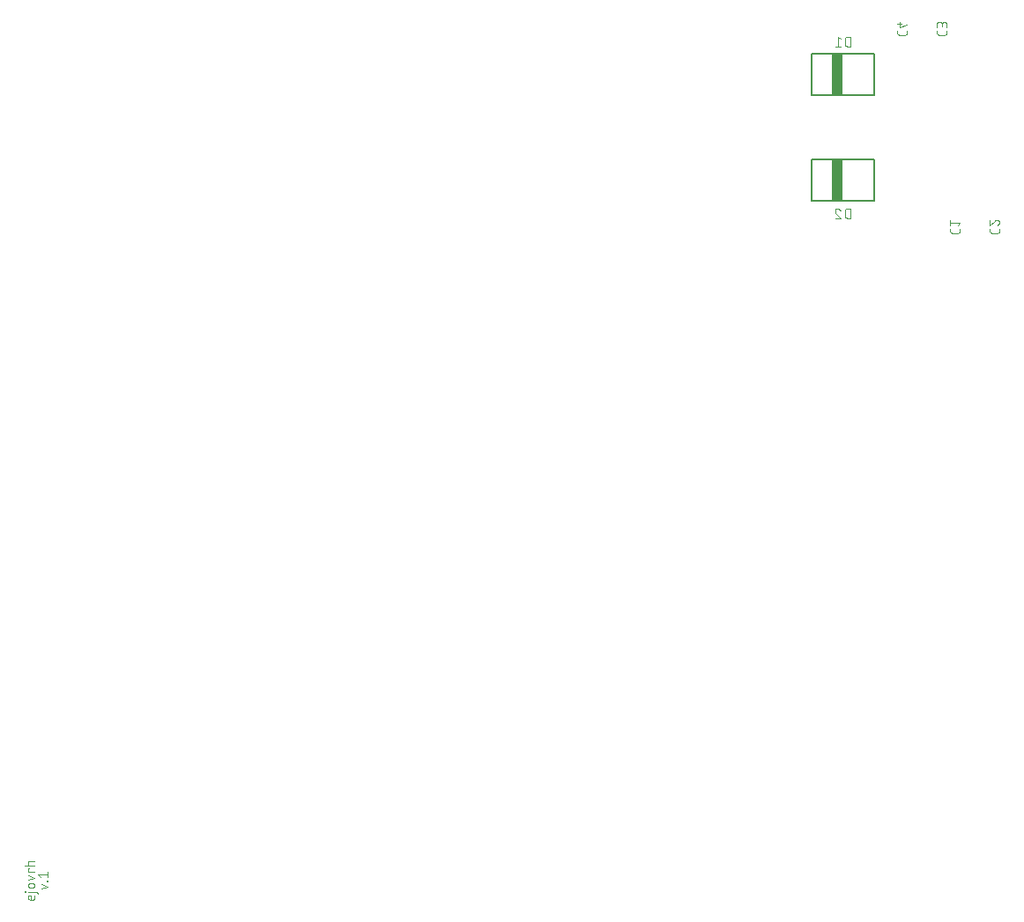
<source format=gbr>
G04 EAGLE Gerber X2 export*
%TF.Part,Single*%
%TF.FileFunction,Legend,Bot,1*%
%TF.FilePolarity,Positive*%
%TF.GenerationSoftware,Autodesk,EAGLE,8.6.1*%
%TF.CreationDate,2018-02-11T16:27:46Z*%
G75*
%MOMM*%
%FSLAX34Y34*%
%LPD*%
%AMOC8*
5,1,8,0,0,1.08239X$1,22.5*%
G01*
%ADD10C,0.076200*%
%ADD11C,0.127000*%
%ADD12R,1.000000X4.000000*%


D10*
X-789131Y-1747D02*
X-789131Y-4313D01*
X-789133Y-4389D01*
X-789138Y-4464D01*
X-789148Y-4539D01*
X-789161Y-4613D01*
X-789177Y-4687D01*
X-789197Y-4760D01*
X-789221Y-4832D01*
X-789248Y-4902D01*
X-789279Y-4971D01*
X-789313Y-5039D01*
X-789350Y-5105D01*
X-789391Y-5169D01*
X-789434Y-5230D01*
X-789481Y-5290D01*
X-789530Y-5347D01*
X-789582Y-5402D01*
X-789637Y-5454D01*
X-789694Y-5503D01*
X-789754Y-5550D01*
X-789815Y-5593D01*
X-789879Y-5634D01*
X-789945Y-5671D01*
X-790013Y-5705D01*
X-790082Y-5736D01*
X-790152Y-5763D01*
X-790224Y-5787D01*
X-790297Y-5807D01*
X-790371Y-5823D01*
X-790445Y-5836D01*
X-790520Y-5846D01*
X-790595Y-5851D01*
X-790671Y-5853D01*
X-793237Y-5853D01*
X-793327Y-5851D01*
X-793416Y-5845D01*
X-793505Y-5835D01*
X-793593Y-5822D01*
X-793681Y-5804D01*
X-793768Y-5783D01*
X-793854Y-5758D01*
X-793939Y-5729D01*
X-794023Y-5697D01*
X-794105Y-5661D01*
X-794185Y-5621D01*
X-794264Y-5578D01*
X-794340Y-5531D01*
X-794415Y-5482D01*
X-794487Y-5429D01*
X-794557Y-5373D01*
X-794624Y-5314D01*
X-794689Y-5252D01*
X-794751Y-5187D01*
X-794810Y-5120D01*
X-794866Y-5050D01*
X-794919Y-4978D01*
X-794968Y-4903D01*
X-795015Y-4826D01*
X-795058Y-4748D01*
X-795098Y-4668D01*
X-795134Y-4586D01*
X-795166Y-4502D01*
X-795195Y-4417D01*
X-795220Y-4331D01*
X-795241Y-4244D01*
X-795259Y-4156D01*
X-795272Y-4068D01*
X-795282Y-3979D01*
X-795288Y-3890D01*
X-795290Y-3800D01*
X-795288Y-3710D01*
X-795282Y-3621D01*
X-795272Y-3532D01*
X-795259Y-3444D01*
X-795241Y-3356D01*
X-795220Y-3269D01*
X-795195Y-3183D01*
X-795166Y-3098D01*
X-795134Y-3014D01*
X-795098Y-2932D01*
X-795058Y-2852D01*
X-795015Y-2773D01*
X-794968Y-2697D01*
X-794919Y-2622D01*
X-794866Y-2550D01*
X-794810Y-2480D01*
X-794751Y-2413D01*
X-794689Y-2348D01*
X-794624Y-2286D01*
X-794557Y-2227D01*
X-794487Y-2171D01*
X-794415Y-2118D01*
X-794340Y-2069D01*
X-794264Y-2022D01*
X-794185Y-1979D01*
X-794105Y-1939D01*
X-794023Y-1903D01*
X-793939Y-1871D01*
X-793854Y-1842D01*
X-793768Y-1817D01*
X-793681Y-1796D01*
X-793593Y-1778D01*
X-793505Y-1765D01*
X-793416Y-1755D01*
X-793327Y-1749D01*
X-793237Y-1747D01*
X-792210Y-1747D01*
X-792210Y-5853D01*
X-795290Y1748D02*
X-787591Y1748D01*
X-787513Y1746D01*
X-787435Y1740D01*
X-787358Y1730D01*
X-787281Y1716D01*
X-787205Y1699D01*
X-787130Y1677D01*
X-787056Y1652D01*
X-786984Y1623D01*
X-786913Y1591D01*
X-786844Y1554D01*
X-786776Y1515D01*
X-786711Y1472D01*
X-786648Y1426D01*
X-786588Y1376D01*
X-786530Y1324D01*
X-786475Y1269D01*
X-786423Y1211D01*
X-786373Y1151D01*
X-786327Y1088D01*
X-786284Y1023D01*
X-786245Y955D01*
X-786208Y886D01*
X-786176Y815D01*
X-786147Y743D01*
X-786122Y669D01*
X-786100Y594D01*
X-786083Y518D01*
X-786069Y441D01*
X-786059Y364D01*
X-786053Y286D01*
X-786051Y208D01*
X-786052Y209D02*
X-786052Y-305D01*
X-797856Y1492D02*
X-798369Y1492D01*
X-798369Y2005D01*
X-797856Y2005D01*
X-797856Y1492D01*
X-793237Y5547D02*
X-791184Y5547D01*
X-793237Y5547D02*
X-793327Y5549D01*
X-793416Y5555D01*
X-793505Y5565D01*
X-793593Y5578D01*
X-793681Y5596D01*
X-793768Y5617D01*
X-793854Y5642D01*
X-793939Y5671D01*
X-794023Y5703D01*
X-794105Y5739D01*
X-794185Y5779D01*
X-794264Y5822D01*
X-794340Y5869D01*
X-794415Y5918D01*
X-794487Y5971D01*
X-794557Y6027D01*
X-794624Y6086D01*
X-794689Y6148D01*
X-794751Y6213D01*
X-794810Y6280D01*
X-794866Y6350D01*
X-794919Y6422D01*
X-794968Y6497D01*
X-795015Y6574D01*
X-795058Y6652D01*
X-795098Y6732D01*
X-795134Y6814D01*
X-795166Y6898D01*
X-795195Y6983D01*
X-795220Y7069D01*
X-795241Y7156D01*
X-795259Y7244D01*
X-795272Y7332D01*
X-795282Y7421D01*
X-795288Y7510D01*
X-795290Y7600D01*
X-795288Y7690D01*
X-795282Y7779D01*
X-795272Y7868D01*
X-795259Y7956D01*
X-795241Y8044D01*
X-795220Y8131D01*
X-795195Y8217D01*
X-795166Y8302D01*
X-795134Y8386D01*
X-795098Y8468D01*
X-795058Y8548D01*
X-795015Y8627D01*
X-794968Y8703D01*
X-794919Y8778D01*
X-794866Y8850D01*
X-794810Y8920D01*
X-794751Y8987D01*
X-794689Y9052D01*
X-794624Y9114D01*
X-794557Y9173D01*
X-794487Y9229D01*
X-794415Y9282D01*
X-794340Y9331D01*
X-794264Y9378D01*
X-794185Y9421D01*
X-794105Y9461D01*
X-794023Y9497D01*
X-793939Y9529D01*
X-793854Y9558D01*
X-793768Y9583D01*
X-793681Y9604D01*
X-793593Y9622D01*
X-793505Y9635D01*
X-793416Y9645D01*
X-793327Y9651D01*
X-793237Y9653D01*
X-791184Y9653D01*
X-791094Y9651D01*
X-791005Y9645D01*
X-790916Y9635D01*
X-790828Y9622D01*
X-790740Y9604D01*
X-790653Y9583D01*
X-790567Y9558D01*
X-790482Y9529D01*
X-790398Y9497D01*
X-790316Y9461D01*
X-790236Y9421D01*
X-790158Y9378D01*
X-790081Y9331D01*
X-790006Y9282D01*
X-789934Y9229D01*
X-789864Y9173D01*
X-789797Y9114D01*
X-789732Y9052D01*
X-789670Y8987D01*
X-789611Y8920D01*
X-789555Y8850D01*
X-789502Y8778D01*
X-789453Y8703D01*
X-789406Y8626D01*
X-789363Y8548D01*
X-789323Y8468D01*
X-789287Y8386D01*
X-789255Y8302D01*
X-789226Y8217D01*
X-789201Y8131D01*
X-789180Y8044D01*
X-789162Y7956D01*
X-789149Y7868D01*
X-789139Y7779D01*
X-789133Y7690D01*
X-789131Y7600D01*
X-789133Y7510D01*
X-789139Y7421D01*
X-789149Y7332D01*
X-789162Y7244D01*
X-789180Y7156D01*
X-789201Y7069D01*
X-789226Y6983D01*
X-789255Y6898D01*
X-789287Y6814D01*
X-789323Y6732D01*
X-789363Y6652D01*
X-789406Y6573D01*
X-789453Y6497D01*
X-789502Y6422D01*
X-789555Y6350D01*
X-789611Y6280D01*
X-789670Y6213D01*
X-789732Y6148D01*
X-789797Y6086D01*
X-789864Y6027D01*
X-789934Y5971D01*
X-790006Y5918D01*
X-790081Y5869D01*
X-790158Y5822D01*
X-790236Y5779D01*
X-790316Y5739D01*
X-790398Y5703D01*
X-790482Y5671D01*
X-790567Y5642D01*
X-790653Y5617D01*
X-790740Y5596D01*
X-790828Y5578D01*
X-790916Y5565D01*
X-791005Y5555D01*
X-791094Y5549D01*
X-791184Y5547D01*
X-795290Y13047D02*
X-789131Y15100D01*
X-795290Y17153D01*
X-795290Y20898D02*
X-789131Y20898D01*
X-795290Y20898D02*
X-795290Y23978D01*
X-794263Y23978D01*
X-798369Y27147D02*
X-789131Y27147D01*
X-795290Y27147D02*
X-795290Y29713D01*
X-795288Y29789D01*
X-795283Y29864D01*
X-795273Y29939D01*
X-795260Y30013D01*
X-795244Y30087D01*
X-795224Y30160D01*
X-795200Y30232D01*
X-795173Y30302D01*
X-795142Y30371D01*
X-795108Y30439D01*
X-795071Y30505D01*
X-795030Y30569D01*
X-794987Y30630D01*
X-794940Y30690D01*
X-794891Y30747D01*
X-794839Y30802D01*
X-794784Y30854D01*
X-794727Y30903D01*
X-794667Y30950D01*
X-794606Y30993D01*
X-794542Y31034D01*
X-794476Y31071D01*
X-794408Y31105D01*
X-794339Y31136D01*
X-794269Y31163D01*
X-794197Y31187D01*
X-794124Y31207D01*
X-794050Y31223D01*
X-793976Y31236D01*
X-793901Y31246D01*
X-793826Y31251D01*
X-793750Y31253D01*
X-789131Y31253D01*
X-782590Y4541D02*
X-776431Y6593D01*
X-782590Y8646D01*
X-776944Y11737D02*
X-776431Y11737D01*
X-776944Y11737D02*
X-776944Y12250D01*
X-776431Y12250D01*
X-776431Y11737D01*
X-783616Y15727D02*
X-785669Y18293D01*
X-776431Y18293D01*
X-776431Y15727D02*
X-776431Y20859D01*
X90631Y637074D02*
X90631Y639127D01*
X90631Y637074D02*
X90633Y636984D01*
X90639Y636895D01*
X90649Y636806D01*
X90662Y636718D01*
X90680Y636630D01*
X90701Y636543D01*
X90726Y636457D01*
X90755Y636372D01*
X90787Y636288D01*
X90823Y636206D01*
X90863Y636126D01*
X90906Y636048D01*
X90953Y635971D01*
X91002Y635896D01*
X91055Y635824D01*
X91111Y635754D01*
X91170Y635687D01*
X91232Y635622D01*
X91297Y635560D01*
X91364Y635501D01*
X91434Y635445D01*
X91506Y635392D01*
X91581Y635343D01*
X91658Y635296D01*
X91736Y635253D01*
X91816Y635213D01*
X91898Y635177D01*
X91982Y635145D01*
X92067Y635116D01*
X92153Y635091D01*
X92240Y635070D01*
X92328Y635052D01*
X92416Y635039D01*
X92505Y635029D01*
X92594Y635023D01*
X92684Y635021D01*
X97816Y635021D01*
X97906Y635023D01*
X97995Y635029D01*
X98084Y635039D01*
X98172Y635052D01*
X98260Y635070D01*
X98347Y635091D01*
X98433Y635116D01*
X98518Y635145D01*
X98602Y635177D01*
X98684Y635213D01*
X98764Y635253D01*
X98842Y635296D01*
X98919Y635343D01*
X98994Y635392D01*
X99066Y635445D01*
X99136Y635501D01*
X99203Y635560D01*
X99268Y635622D01*
X99330Y635687D01*
X99389Y635754D01*
X99445Y635824D01*
X99498Y635896D01*
X99547Y635971D01*
X99594Y636047D01*
X99637Y636126D01*
X99677Y636206D01*
X99713Y636288D01*
X99745Y636372D01*
X99774Y636457D01*
X99799Y636543D01*
X99820Y636630D01*
X99838Y636717D01*
X99851Y636806D01*
X99861Y636895D01*
X99867Y636984D01*
X99869Y637074D01*
X99869Y639127D01*
X97816Y642547D02*
X99869Y645113D01*
X90631Y645113D01*
X90631Y642547D02*
X90631Y647679D01*
X128731Y639127D02*
X128731Y637074D01*
X128733Y636984D01*
X128739Y636895D01*
X128749Y636806D01*
X128762Y636718D01*
X128780Y636630D01*
X128801Y636543D01*
X128826Y636457D01*
X128855Y636372D01*
X128887Y636288D01*
X128923Y636206D01*
X128963Y636126D01*
X129006Y636048D01*
X129053Y635971D01*
X129102Y635896D01*
X129155Y635824D01*
X129211Y635754D01*
X129270Y635687D01*
X129332Y635622D01*
X129397Y635560D01*
X129464Y635501D01*
X129534Y635445D01*
X129606Y635392D01*
X129681Y635343D01*
X129758Y635296D01*
X129836Y635253D01*
X129916Y635213D01*
X129998Y635177D01*
X130082Y635145D01*
X130167Y635116D01*
X130253Y635091D01*
X130340Y635070D01*
X130428Y635052D01*
X130516Y635039D01*
X130605Y635029D01*
X130694Y635023D01*
X130784Y635021D01*
X135916Y635021D01*
X136006Y635023D01*
X136095Y635029D01*
X136184Y635039D01*
X136272Y635052D01*
X136360Y635070D01*
X136447Y635091D01*
X136533Y635116D01*
X136618Y635145D01*
X136702Y635177D01*
X136784Y635213D01*
X136864Y635253D01*
X136942Y635296D01*
X137019Y635343D01*
X137094Y635392D01*
X137166Y635445D01*
X137236Y635501D01*
X137303Y635560D01*
X137368Y635622D01*
X137430Y635687D01*
X137489Y635754D01*
X137545Y635824D01*
X137598Y635896D01*
X137647Y635971D01*
X137694Y636047D01*
X137737Y636126D01*
X137777Y636206D01*
X137813Y636288D01*
X137845Y636372D01*
X137874Y636457D01*
X137899Y636543D01*
X137920Y636630D01*
X137938Y636717D01*
X137951Y636806D01*
X137961Y636895D01*
X137967Y636984D01*
X137969Y637074D01*
X137969Y639127D01*
X137969Y645369D02*
X137967Y645464D01*
X137961Y645560D01*
X137951Y645655D01*
X137937Y645749D01*
X137920Y645843D01*
X137898Y645936D01*
X137873Y646028D01*
X137844Y646119D01*
X137811Y646209D01*
X137774Y646297D01*
X137734Y646384D01*
X137691Y646468D01*
X137643Y646551D01*
X137593Y646632D01*
X137539Y646711D01*
X137482Y646788D01*
X137422Y646862D01*
X137359Y646934D01*
X137292Y647002D01*
X137224Y647069D01*
X137152Y647132D01*
X137078Y647192D01*
X137001Y647249D01*
X136922Y647303D01*
X136841Y647353D01*
X136758Y647401D01*
X136674Y647444D01*
X136587Y647484D01*
X136499Y647521D01*
X136409Y647554D01*
X136318Y647583D01*
X136226Y647608D01*
X136133Y647630D01*
X136039Y647647D01*
X135945Y647661D01*
X135850Y647671D01*
X135754Y647677D01*
X135659Y647679D01*
X137969Y645369D02*
X137967Y645262D01*
X137961Y645156D01*
X137952Y645050D01*
X137938Y644944D01*
X137921Y644839D01*
X137900Y644734D01*
X137876Y644631D01*
X137847Y644528D01*
X137815Y644426D01*
X137780Y644326D01*
X137740Y644227D01*
X137697Y644129D01*
X137651Y644033D01*
X137601Y643939D01*
X137548Y643846D01*
X137492Y643756D01*
X137432Y643667D01*
X137370Y643581D01*
X137304Y643497D01*
X137235Y643416D01*
X137164Y643337D01*
X137089Y643260D01*
X137012Y643187D01*
X136932Y643116D01*
X136850Y643048D01*
X136766Y642983D01*
X136679Y642921D01*
X136590Y642863D01*
X136499Y642807D01*
X136406Y642755D01*
X136311Y642706D01*
X136214Y642661D01*
X136116Y642619D01*
X136017Y642581D01*
X135916Y642546D01*
X133862Y646909D02*
X133930Y646977D01*
X134000Y647042D01*
X134072Y647105D01*
X134147Y647165D01*
X134224Y647222D01*
X134303Y647275D01*
X134384Y647326D01*
X134467Y647374D01*
X134551Y647418D01*
X134638Y647459D01*
X134726Y647497D01*
X134815Y647531D01*
X134906Y647562D01*
X134997Y647589D01*
X135090Y647613D01*
X135184Y647633D01*
X135278Y647650D01*
X135373Y647662D01*
X135468Y647672D01*
X135563Y647677D01*
X135659Y647679D01*
X133863Y646909D02*
X128731Y642547D01*
X128731Y647679D01*
X77931Y827574D02*
X77931Y829627D01*
X77931Y827574D02*
X77933Y827484D01*
X77939Y827395D01*
X77949Y827306D01*
X77962Y827218D01*
X77980Y827130D01*
X78001Y827043D01*
X78026Y826957D01*
X78055Y826872D01*
X78087Y826788D01*
X78123Y826706D01*
X78163Y826626D01*
X78206Y826548D01*
X78253Y826471D01*
X78302Y826396D01*
X78355Y826324D01*
X78411Y826254D01*
X78470Y826187D01*
X78532Y826122D01*
X78597Y826060D01*
X78664Y826001D01*
X78734Y825945D01*
X78806Y825892D01*
X78881Y825843D01*
X78958Y825796D01*
X79036Y825753D01*
X79116Y825713D01*
X79198Y825677D01*
X79282Y825645D01*
X79367Y825616D01*
X79453Y825591D01*
X79540Y825570D01*
X79628Y825552D01*
X79716Y825539D01*
X79805Y825529D01*
X79894Y825523D01*
X79984Y825521D01*
X85116Y825521D01*
X85206Y825523D01*
X85295Y825529D01*
X85384Y825539D01*
X85472Y825552D01*
X85560Y825570D01*
X85647Y825591D01*
X85733Y825616D01*
X85818Y825645D01*
X85902Y825677D01*
X85984Y825713D01*
X86064Y825753D01*
X86142Y825796D01*
X86219Y825843D01*
X86294Y825892D01*
X86366Y825945D01*
X86436Y826001D01*
X86503Y826060D01*
X86568Y826122D01*
X86630Y826187D01*
X86689Y826254D01*
X86745Y826324D01*
X86798Y826396D01*
X86847Y826471D01*
X86894Y826547D01*
X86937Y826626D01*
X86977Y826706D01*
X87013Y826788D01*
X87045Y826872D01*
X87074Y826957D01*
X87099Y827043D01*
X87120Y827130D01*
X87138Y827217D01*
X87151Y827306D01*
X87161Y827395D01*
X87167Y827484D01*
X87169Y827574D01*
X87169Y829627D01*
X77931Y833047D02*
X77931Y835613D01*
X77933Y835712D01*
X77939Y835812D01*
X77948Y835911D01*
X77962Y836009D01*
X77979Y836107D01*
X78000Y836205D01*
X78025Y836301D01*
X78054Y836396D01*
X78086Y836491D01*
X78122Y836583D01*
X78161Y836675D01*
X78204Y836765D01*
X78250Y836853D01*
X78300Y836939D01*
X78353Y837023D01*
X78409Y837105D01*
X78469Y837185D01*
X78531Y837262D01*
X78597Y837337D01*
X78665Y837410D01*
X78736Y837479D01*
X78810Y837546D01*
X78886Y837610D01*
X78965Y837671D01*
X79046Y837729D01*
X79129Y837784D01*
X79214Y837835D01*
X79301Y837883D01*
X79390Y837928D01*
X79481Y837969D01*
X79573Y838007D01*
X79666Y838041D01*
X79761Y838071D01*
X79857Y838098D01*
X79954Y838121D01*
X80051Y838140D01*
X80150Y838155D01*
X80249Y838167D01*
X80348Y838175D01*
X80447Y838179D01*
X80547Y838179D01*
X80646Y838175D01*
X80745Y838167D01*
X80844Y838155D01*
X80943Y838140D01*
X81040Y838121D01*
X81137Y838098D01*
X81233Y838071D01*
X81328Y838041D01*
X81421Y838007D01*
X81513Y837969D01*
X81604Y837928D01*
X81693Y837883D01*
X81780Y837835D01*
X81865Y837784D01*
X81948Y837729D01*
X82029Y837671D01*
X82108Y837610D01*
X82184Y837546D01*
X82258Y837479D01*
X82329Y837410D01*
X82397Y837337D01*
X82463Y837262D01*
X82525Y837185D01*
X82585Y837105D01*
X82641Y837023D01*
X82694Y836939D01*
X82744Y836853D01*
X82790Y836765D01*
X82833Y836675D01*
X82872Y836583D01*
X82908Y836491D01*
X82940Y836396D01*
X82969Y836301D01*
X82994Y836205D01*
X83015Y836107D01*
X83032Y836009D01*
X83046Y835911D01*
X83055Y835812D01*
X83061Y835712D01*
X83063Y835613D01*
X87169Y836126D02*
X87169Y833047D01*
X87169Y836126D02*
X87167Y836216D01*
X87161Y836305D01*
X87151Y836394D01*
X87138Y836482D01*
X87120Y836570D01*
X87099Y836657D01*
X87074Y836743D01*
X87045Y836828D01*
X87013Y836912D01*
X86977Y836994D01*
X86937Y837074D01*
X86894Y837153D01*
X86847Y837229D01*
X86798Y837304D01*
X86745Y837376D01*
X86689Y837446D01*
X86630Y837513D01*
X86568Y837578D01*
X86503Y837640D01*
X86436Y837699D01*
X86366Y837755D01*
X86294Y837808D01*
X86219Y837857D01*
X86143Y837904D01*
X86064Y837947D01*
X85984Y837987D01*
X85902Y838023D01*
X85818Y838055D01*
X85733Y838084D01*
X85647Y838109D01*
X85560Y838130D01*
X85472Y838148D01*
X85384Y838161D01*
X85295Y838171D01*
X85206Y838177D01*
X85116Y838179D01*
X85026Y838177D01*
X84937Y838171D01*
X84848Y838161D01*
X84760Y838148D01*
X84672Y838130D01*
X84585Y838109D01*
X84499Y838084D01*
X84414Y838055D01*
X84330Y838023D01*
X84248Y837987D01*
X84168Y837947D01*
X84090Y837904D01*
X84013Y837857D01*
X83938Y837808D01*
X83866Y837755D01*
X83796Y837699D01*
X83729Y837640D01*
X83664Y837578D01*
X83602Y837513D01*
X83543Y837446D01*
X83487Y837376D01*
X83434Y837304D01*
X83385Y837229D01*
X83338Y837153D01*
X83295Y837074D01*
X83255Y836994D01*
X83219Y836912D01*
X83187Y836828D01*
X83158Y836743D01*
X83133Y836657D01*
X83112Y836570D01*
X83094Y836482D01*
X83081Y836394D01*
X83071Y836305D01*
X83065Y836216D01*
X83063Y836126D01*
X83063Y834073D01*
X39831Y829627D02*
X39831Y827574D01*
X39833Y827484D01*
X39839Y827395D01*
X39849Y827306D01*
X39862Y827218D01*
X39880Y827130D01*
X39901Y827043D01*
X39926Y826957D01*
X39955Y826872D01*
X39987Y826788D01*
X40023Y826706D01*
X40063Y826626D01*
X40106Y826548D01*
X40153Y826471D01*
X40202Y826396D01*
X40255Y826324D01*
X40311Y826254D01*
X40370Y826187D01*
X40432Y826122D01*
X40497Y826060D01*
X40564Y826001D01*
X40634Y825945D01*
X40706Y825892D01*
X40781Y825843D01*
X40858Y825796D01*
X40936Y825753D01*
X41016Y825713D01*
X41098Y825677D01*
X41182Y825645D01*
X41267Y825616D01*
X41353Y825591D01*
X41440Y825570D01*
X41528Y825552D01*
X41616Y825539D01*
X41705Y825529D01*
X41794Y825523D01*
X41884Y825521D01*
X47016Y825521D01*
X47106Y825523D01*
X47195Y825529D01*
X47284Y825539D01*
X47372Y825552D01*
X47460Y825570D01*
X47547Y825591D01*
X47633Y825616D01*
X47718Y825645D01*
X47802Y825677D01*
X47884Y825713D01*
X47964Y825753D01*
X48042Y825796D01*
X48119Y825843D01*
X48194Y825892D01*
X48266Y825945D01*
X48336Y826001D01*
X48403Y826060D01*
X48468Y826122D01*
X48530Y826187D01*
X48589Y826254D01*
X48645Y826324D01*
X48698Y826396D01*
X48747Y826471D01*
X48794Y826547D01*
X48837Y826626D01*
X48877Y826706D01*
X48913Y826788D01*
X48945Y826872D01*
X48974Y826957D01*
X48999Y827043D01*
X49020Y827130D01*
X49038Y827217D01*
X49051Y827306D01*
X49061Y827395D01*
X49067Y827484D01*
X49069Y827574D01*
X49069Y829627D01*
X49069Y835100D02*
X41884Y833047D01*
X41884Y838179D01*
X43937Y836639D02*
X39831Y836639D01*
D11*
X17300Y767400D02*
X-42700Y767400D01*
X-42700Y807400D01*
X17300Y807400D01*
X17300Y767400D01*
D12*
X-17700Y787400D03*
D10*
X-5484Y814531D02*
X-5484Y823769D01*
X-8050Y823769D01*
X-8148Y823767D01*
X-8246Y823761D01*
X-8344Y823752D01*
X-8442Y823739D01*
X-8539Y823722D01*
X-8635Y823702D01*
X-8730Y823677D01*
X-8824Y823649D01*
X-8917Y823618D01*
X-9009Y823583D01*
X-9100Y823544D01*
X-9189Y823503D01*
X-9276Y823457D01*
X-9361Y823409D01*
X-9445Y823357D01*
X-9526Y823302D01*
X-9606Y823244D01*
X-9683Y823183D01*
X-9757Y823119D01*
X-9829Y823052D01*
X-9899Y822982D01*
X-9966Y822910D01*
X-10030Y822836D01*
X-10091Y822759D01*
X-10149Y822679D01*
X-10204Y822598D01*
X-10256Y822514D01*
X-10304Y822429D01*
X-10350Y822342D01*
X-10391Y822253D01*
X-10430Y822162D01*
X-10465Y822070D01*
X-10496Y821977D01*
X-10524Y821883D01*
X-10549Y821788D01*
X-10569Y821692D01*
X-10586Y821595D01*
X-10599Y821497D01*
X-10608Y821399D01*
X-10614Y821301D01*
X-10616Y821203D01*
X-10616Y817097D01*
X-10614Y816999D01*
X-10608Y816901D01*
X-10599Y816803D01*
X-10586Y816705D01*
X-10569Y816608D01*
X-10549Y816512D01*
X-10524Y816417D01*
X-10496Y816323D01*
X-10465Y816230D01*
X-10430Y816138D01*
X-10391Y816047D01*
X-10350Y815958D01*
X-10304Y815871D01*
X-10256Y815786D01*
X-10204Y815702D01*
X-10149Y815621D01*
X-10091Y815541D01*
X-10030Y815464D01*
X-9966Y815390D01*
X-9899Y815318D01*
X-9829Y815248D01*
X-9757Y815181D01*
X-9683Y815117D01*
X-9606Y815056D01*
X-9526Y814998D01*
X-9445Y814943D01*
X-9361Y814891D01*
X-9276Y814843D01*
X-9189Y814797D01*
X-9100Y814756D01*
X-9009Y814717D01*
X-8917Y814682D01*
X-8824Y814651D01*
X-8730Y814623D01*
X-8635Y814598D01*
X-8539Y814578D01*
X-8442Y814561D01*
X-8344Y814548D01*
X-8246Y814539D01*
X-8148Y814533D01*
X-8050Y814531D01*
X-5484Y814531D01*
X-14784Y821716D02*
X-17350Y823769D01*
X-17350Y814531D01*
X-14784Y814531D02*
X-19916Y814531D01*
D11*
X-42700Y665800D02*
X17300Y665800D01*
X-42700Y665800D02*
X-42700Y705800D01*
X17300Y705800D01*
X17300Y665800D01*
D12*
X-17700Y685800D03*
D10*
X-5484Y658669D02*
X-5484Y649431D01*
X-5484Y658669D02*
X-8050Y658669D01*
X-8148Y658667D01*
X-8246Y658661D01*
X-8344Y658652D01*
X-8442Y658639D01*
X-8539Y658622D01*
X-8635Y658602D01*
X-8730Y658577D01*
X-8824Y658549D01*
X-8917Y658518D01*
X-9009Y658483D01*
X-9100Y658444D01*
X-9189Y658403D01*
X-9276Y658357D01*
X-9361Y658309D01*
X-9445Y658257D01*
X-9526Y658202D01*
X-9606Y658144D01*
X-9683Y658083D01*
X-9757Y658019D01*
X-9829Y657952D01*
X-9899Y657882D01*
X-9966Y657810D01*
X-10030Y657736D01*
X-10091Y657659D01*
X-10149Y657579D01*
X-10204Y657498D01*
X-10256Y657414D01*
X-10304Y657329D01*
X-10350Y657242D01*
X-10391Y657153D01*
X-10430Y657062D01*
X-10465Y656970D01*
X-10496Y656877D01*
X-10524Y656783D01*
X-10549Y656688D01*
X-10569Y656592D01*
X-10586Y656495D01*
X-10599Y656397D01*
X-10608Y656299D01*
X-10614Y656201D01*
X-10616Y656103D01*
X-10616Y651997D01*
X-10614Y651899D01*
X-10608Y651801D01*
X-10599Y651703D01*
X-10586Y651605D01*
X-10569Y651508D01*
X-10549Y651412D01*
X-10524Y651317D01*
X-10496Y651223D01*
X-10465Y651130D01*
X-10430Y651038D01*
X-10391Y650947D01*
X-10350Y650858D01*
X-10304Y650771D01*
X-10256Y650686D01*
X-10204Y650602D01*
X-10149Y650521D01*
X-10091Y650441D01*
X-10030Y650364D01*
X-9966Y650290D01*
X-9899Y650218D01*
X-9829Y650148D01*
X-9757Y650081D01*
X-9683Y650017D01*
X-9606Y649956D01*
X-9526Y649898D01*
X-9445Y649843D01*
X-9361Y649791D01*
X-9276Y649743D01*
X-9189Y649697D01*
X-9100Y649656D01*
X-9009Y649617D01*
X-8917Y649582D01*
X-8824Y649551D01*
X-8730Y649523D01*
X-8635Y649498D01*
X-8539Y649478D01*
X-8442Y649461D01*
X-8344Y649448D01*
X-8246Y649439D01*
X-8148Y649433D01*
X-8050Y649431D01*
X-5484Y649431D01*
X-17607Y658669D02*
X-17700Y658667D01*
X-17793Y658662D01*
X-17885Y658652D01*
X-17978Y658639D01*
X-18069Y658622D01*
X-18160Y658602D01*
X-18250Y658578D01*
X-18339Y658550D01*
X-18426Y658519D01*
X-18512Y658484D01*
X-18597Y658446D01*
X-18681Y658404D01*
X-18762Y658360D01*
X-18842Y658311D01*
X-18919Y658260D01*
X-18995Y658206D01*
X-19068Y658148D01*
X-19139Y658088D01*
X-19207Y658025D01*
X-19273Y657959D01*
X-19336Y657891D01*
X-19396Y657820D01*
X-19454Y657747D01*
X-19508Y657671D01*
X-19559Y657594D01*
X-19608Y657514D01*
X-19652Y657433D01*
X-19694Y657349D01*
X-19732Y657264D01*
X-19767Y657178D01*
X-19798Y657091D01*
X-19826Y657002D01*
X-19850Y656912D01*
X-19870Y656821D01*
X-19887Y656730D01*
X-19900Y656637D01*
X-19910Y656545D01*
X-19915Y656452D01*
X-19917Y656359D01*
X-17607Y658669D02*
X-17500Y658667D01*
X-17394Y658661D01*
X-17288Y658652D01*
X-17182Y658638D01*
X-17077Y658621D01*
X-16972Y658600D01*
X-16869Y658576D01*
X-16766Y658547D01*
X-16664Y658515D01*
X-16564Y658480D01*
X-16465Y658440D01*
X-16367Y658397D01*
X-16271Y658351D01*
X-16177Y658301D01*
X-16084Y658248D01*
X-15994Y658192D01*
X-15905Y658132D01*
X-15819Y658070D01*
X-15735Y658004D01*
X-15654Y657935D01*
X-15575Y657864D01*
X-15498Y657789D01*
X-15425Y657712D01*
X-15354Y657633D01*
X-15286Y657550D01*
X-15221Y657466D01*
X-15159Y657379D01*
X-15101Y657290D01*
X-15045Y657199D01*
X-14993Y657106D01*
X-14944Y657011D01*
X-14899Y656915D01*
X-14857Y656816D01*
X-14819Y656717D01*
X-14784Y656616D01*
X-19147Y654562D02*
X-19215Y654630D01*
X-19280Y654700D01*
X-19343Y654772D01*
X-19403Y654847D01*
X-19460Y654924D01*
X-19513Y655003D01*
X-19564Y655084D01*
X-19612Y655167D01*
X-19656Y655251D01*
X-19697Y655338D01*
X-19735Y655426D01*
X-19769Y655515D01*
X-19800Y655606D01*
X-19827Y655697D01*
X-19851Y655790D01*
X-19871Y655884D01*
X-19888Y655978D01*
X-19900Y656073D01*
X-19910Y656168D01*
X-19915Y656263D01*
X-19917Y656359D01*
X-19146Y654563D02*
X-14784Y649431D01*
X-19916Y649431D01*
M02*

</source>
